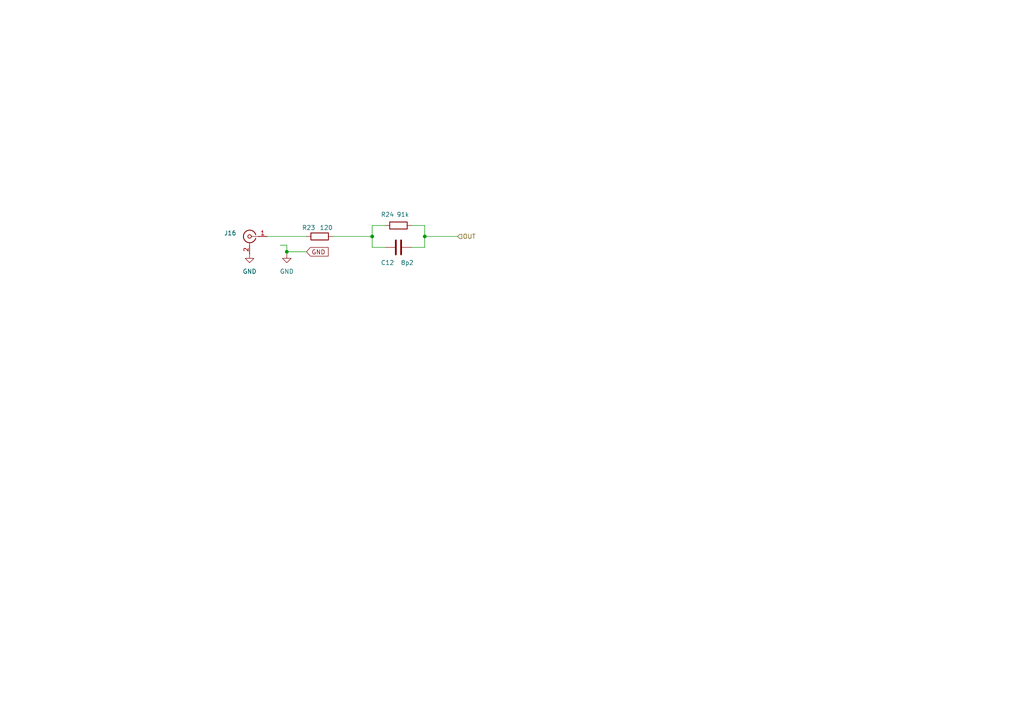
<source format=kicad_sch>
(kicad_sch (version 20231120) (generator "eeschema") (generator_version "8.0")
  (paper "A4")
  (lib_symbols
    (symbol "Connector:Conn_Coaxial" (pin_names (offset 1.016) hide)
      (property "Reference" "J" (at 0.254 3.048 0))
      (property "Value" "Conn_Coaxial" (at 2.921 0 90))
      (symbol "Conn_Coaxial_0_1"
        (arc (start -1.778 -0.508) (mid 0.2311 -1.8066) (end 1.778 0) (stroke (width 0.254)))
        (polyline (pts (xy -2.54 0) (xy -0.508 0)))
        (polyline (pts (xy 0 -2.54) (xy 0 -1.778)))
        (circle (center 0 0) (radius 0.508) (stroke (width 0.2032)))
        (arc (start 1.778 0) (mid 0.2099 1.8101) (end -1.778 0.508) (stroke (width 0.254)))
      )
      (symbol "Conn_Coaxial_1_1"
        (pin passive line (at -5.08 0 0) (length 2.54) (name "In") (number "1"))
        (pin passive line (at 0 -5.08 90) (length 2.54) (name "Ext") (number "2"))
      )
    )
    (symbol "Device:C" (pin_numbers hide) (pin_names (offset 0.254))
      (property "Reference" "C" (at 0.635 2.54 0))
      (property "Value" "C" (at 0.635 -2.54 0))
      (symbol "C_0_1"
        (polyline (pts (xy -2.032 -0.762) (xy 2.032 -0.762)) (stroke (width 0.508)))
        (polyline (pts (xy -2.032 0.762) (xy 2.032 0.762)) (stroke (width 0.508)))
      )
      (symbol "C_1_1"
        (pin passive line (at 0 3.81 270) (length 2.794) (name "~") (number "1"))
        (pin passive line (at 0 -3.81 90) (length 2.794) (name "~") (number "2"))
      )
    )
    (symbol "Device:R" (pin_numbers hide) (pin_names (offset 0))
      (property "Reference" "R" (at 2.032 0 90))
      (property "Value" "R" (at 0 0 90))
      (symbol "R_0_1"
        (rectangle (start -1.016 -2.54) (end 1.016 2.54) (stroke (width 0.254)))
      )
      (symbol "R_1_1"
        (pin passive line (at 0 3.81 270) (length 1.27) (name "~") (number "1"))
        (pin passive line (at 0 -3.81 90) (length 1.27) (name "~") (number "2"))
      )
    )
    (symbol "power:GND" (power) (pin_names (offset 0))
      (property "Value" "GND" (at 0 -3.81 0))
      (symbol "GND_0_1"
        (polyline (pts (xy 0 0) (xy 0 -1.27) (xy 1.27 -1.27) (xy 0 -2.54) (xy -1.27 -1.27) (xy 0 -1.27)))
      )
      (symbol "GND_1_1"
        (pin power_in line (at 0 0 270) (length 0) hide (name "GND") (number "1"))
      )
    )
  )
  (junction (at 83.185 73.025))
  (junction (at 107.95 68.58))
  (junction (at 123.19 68.58))
  (wire (pts (xy 107.95 65.405) (xy 111.76 65.405)))
  (wire (pts (xy 123.19 65.405) (xy 123.19 68.58)))
  (wire (pts (xy 83.185 73.025) (xy 88.9 73.025)))
  (wire (pts (xy 119.38 71.755) (xy 123.19 71.755)))
  (wire (pts (xy 81.28 71.12) (xy 83.185 71.12)))
  (wire (pts (xy 77.47 68.58) (xy 88.9 68.58)))
  (wire (pts (xy 96.52 68.58) (xy 107.95 68.58)))
  (wire (pts (xy 123.19 71.755) (xy 123.19 68.58)))
  (wire (pts (xy 119.38 65.405) (xy 123.19 65.405)))
  (wire (pts (xy 123.19 68.58) (xy 132.715 68.58)))
  (wire (pts (xy 107.95 65.405) (xy 107.95 68.58)))
  (wire (pts (xy 83.185 73.025) (xy 83.185 73.66)))
  (wire (pts (xy 111.76 71.755) (xy 107.95 71.755)))
  (wire (pts (xy 107.95 71.755) (xy 107.95 68.58)))
  (wire (pts (xy 83.185 71.12) (xy 83.185 73.025)))
  (global_label "GND" (shape input) (at 88.9 73.025 0) (property "Intersheetrefs" "${INTERSHEET_REFS}" (effects (hide yes))))
  (hierarchical_label "OUT" (shape input) (at 132.715 68.58 0))
  (symbol (lib_id "Connector:Conn_Coaxial") (at 72.39 68.58 0) (mirror y) (unit 1)
    (property "Reference" "J2" (at 68.58 67.6032 0) (effects (justify left)))
    (property "Value" "IPEX-004" (effects (hide yes)))
    (property "Footprint" "Connector_Coaxial:SMA_Amphenol_132289_EdgeMount" (effects (hide yes)))
    (instances (project "siglent-la" (path "" (reference "J16") (unit 1)) (path "" (reference "J6") (unit 1)) (path "" (reference "J18") (unit 1)) (path "" (reference "J15") (unit 1)) (path "" (reference "J20") (unit 1)) (path "" (reference "J12") (unit 1)) (path "" (reference "J14") (unit 1)) (path "" (reference "J17") (unit 1)) (path "" (reference "J10") (unit 1)) (path "" (reference "J3") (unit 1)) (path "" (reference "J19") (unit 1)) (path "" (reference "J8") (unit 1)) (path "" (reference "J7") (unit 1)) (path "" (reference "J2") (unit 1)) (path "" (reference "J9") (unit 1)) (path "" (reference "J13") (unit 1))))
  )
  (symbol (lib_id "Device:R") (at 115.57 65.405 90) (unit 1)
    (property "Reference" "R2" (at 112.395 62.23 90))
    (property "Value" "91k" (at 116.84 62.23 90))
    (property "Footprint" "Resistor_SMD:R_0603_1608Metric" (effects (hide yes)))
    (instances (project "siglent-la" (path "" (reference "R24") (unit 1)) (path "" (reference "R6") (unit 1)) (path "" (reference "R28") (unit 1)) (path "" (reference "R22") (unit 1)) (path "" (reference "R32") (unit 1)) (path "" (reference "R16") (unit 1)) (path "" (reference "R20") (unit 1)) (path "" (reference "R26") (unit 1)) (path "" (reference "R14") (unit 1)) (path "" (reference "R4") (unit 1)) (path "" (reference "R30") (unit 1)) (path "" (reference "R10") (unit 1)) (path "" (reference "R8") (unit 1)) (path "" (reference "R2") (unit 1)) (path "" (reference "R12") (unit 1)) (path "" (reference "R18") (unit 1))))
  )
  (symbol (lib_id "power:GND") (at 83.185 73.66 0) (unit 1)
    (property "Reference" "#PWR018" (effects (hide yes)))
    (property "Value" "GND" (at 83.185 78.74 0))
    (instances (project "siglent-la" (path "" (reference "#PWR011") (unit 1)) (path "" (reference "#PWR02") (unit 1)) (path "" (reference "#PWR013") (unit 1)) (path "" (reference "#PWR010") (unit 1)) (path "" (reference "#PWR015") (unit 1)) (path "" (reference "#PWR07") (unit 1)) (path "" (reference "#PWR09") (unit 1)) (path "" (reference "#PWR012") (unit 1)) (path "" (reference "#PWR06") (unit 1)) (path "" (reference "#PWR01") (unit 1)) (path "" (reference "#PWR014") (unit 1)) (path "" (reference "#PWR04") (unit 1)) (path "" (reference "#PWR03") (unit 1)) (path "" (reference "#PWR018") (unit 1)) (path "" (reference "#PWR05") (unit 1)) (path "" (reference "#PWR08") (unit 1))))
  )
  (symbol (lib_id "Device:R") (at 92.71 68.58 90) (unit 1)
    (property "Reference" "R1" (at 89.535 66.04 90))
    (property "Value" "120" (at 94.615 66.04 90))
    (property "Footprint" "Resistor_SMD:R_0603_1608Metric" (effects (hide yes)))
    (instances (project "siglent-la" (path "" (reference "R23") (unit 1)) (path "" (reference "R5") (unit 1)) (path "" (reference "R27") (unit 1)) (path "" (reference "R21") (unit 1)) (path "" (reference "R31") (unit 1)) (path "" (reference "R15") (unit 1)) (path "" (reference "R19") (unit 1)) (path "" (reference "R25") (unit 1)) (path "" (reference "R13") (unit 1)) (path "" (reference "R3") (unit 1)) (path "" (reference "R29") (unit 1)) (path "" (reference "R9") (unit 1)) (path "" (reference "R7") (unit 1)) (path "" (reference "R1") (unit 1)) (path "" (reference "R11") (unit 1)) (path "" (reference "R17") (unit 1))))
  )
  (symbol (lib_id "power:GND") (at 72.39 73.66 0) (unit 1)
    (property "Reference" "#PWR019" (effects (hide yes)))
    (property "Value" "GND" (at 72.39 78.74 0))
    (instances (project "siglent-la" (path "" (reference "#PWR032") (unit 1)) (path "" (reference "#PWR021") (unit 1)) (path "" (reference "#PWR034") (unit 1)) (path "" (reference "#PWR031") (unit 1)) (path "" (reference "#PWR036") (unit 1)) (path "" (reference "#PWR028") (unit 1)) (path "" (reference "#PWR030") (unit 1)) (path "" (reference "#PWR033") (unit 1)) (path "" (reference "#PWR027") (unit 1)) (path "" (reference "#PWR020") (unit 1)) (path "" (reference "#PWR035") (unit 1)) (path "" (reference "#PWR025") (unit 1)) (path "" (reference "#PWR022") (unit 1)) (path "" (reference "#PWR019") (unit 1)) (path "" (reference "#PWR026") (unit 1)) (path "" (reference "#PWR029") (unit 1))))
  )
  (symbol (lib_id "Device:C") (at 115.57 71.755 90) (unit 1)
    (property "Reference" "C1" (at 112.395 76.2 90))
    (property "Value" "8p2" (at 118.11 76.2 90))
    (property "Footprint" "Capacitor_SMD:C_0603_1608Metric" (effects (hide yes)))
    (instances (project "siglent-la" (path "" (reference "C12") (unit 1)) (path "" (reference "C3") (unit 1)) (path "" (reference "C14") (unit 1)) (path "" (reference "C11") (unit 1)) (path "" (reference "C16") (unit 1)) (path "" (reference "C8") (unit 1)) (path "" (reference "C10") (unit 1)) (path "" (reference "C13") (unit 1)) (path "" (reference "C7") (unit 1)) (path "" (reference "C2") (unit 1)) (path "" (reference "C15") (unit 1)) (path "" (reference "C5") (unit 1)) (path "" (reference "C4") (unit 1)) (path "" (reference "C1") (unit 1)) (path "" (reference "C6") (unit 1)) (path "" (reference "C9") (unit 1))))
  )
)
</source>
